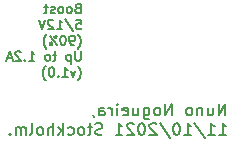
<source format=gbr>
%TF.GenerationSoftware,KiCad,Pcbnew,(5.1.9)-1*%
%TF.CreationDate,2021-11-10T21:50:44+01:00*%
%TF.ProjectId,smoke_extractor,736d6f6b-655f-4657-9874-726163746f72,rev?*%
%TF.SameCoordinates,Original*%
%TF.FileFunction,Legend,Bot*%
%TF.FilePolarity,Positive*%
%FSLAX46Y46*%
G04 Gerber Fmt 4.6, Leading zero omitted, Abs format (unit mm)*
G04 Created by KiCad (PCBNEW (5.1.9)-1) date 2021-11-10 21:50:44*
%MOMM*%
%LPD*%
G01*
G04 APERTURE LIST*
%ADD10C,0.150000*%
G04 APERTURE END LIST*
D10*
X118264404Y-93527380D02*
X118264404Y-92527380D01*
X117692976Y-93527380D01*
X117692976Y-92527380D01*
X116788214Y-92860714D02*
X116788214Y-93527380D01*
X117216785Y-92860714D02*
X117216785Y-93384523D01*
X117169166Y-93479761D01*
X117073928Y-93527380D01*
X116931071Y-93527380D01*
X116835833Y-93479761D01*
X116788214Y-93432142D01*
X116312023Y-92860714D02*
X116312023Y-93527380D01*
X116312023Y-92955952D02*
X116264404Y-92908333D01*
X116169166Y-92860714D01*
X116026309Y-92860714D01*
X115931071Y-92908333D01*
X115883452Y-93003571D01*
X115883452Y-93527380D01*
X115264404Y-93527380D02*
X115359642Y-93479761D01*
X115407261Y-93432142D01*
X115454880Y-93336904D01*
X115454880Y-93051190D01*
X115407261Y-92955952D01*
X115359642Y-92908333D01*
X115264404Y-92860714D01*
X115121547Y-92860714D01*
X115026309Y-92908333D01*
X114978690Y-92955952D01*
X114931071Y-93051190D01*
X114931071Y-93336904D01*
X114978690Y-93432142D01*
X115026309Y-93479761D01*
X115121547Y-93527380D01*
X115264404Y-93527380D01*
X113740595Y-93527380D02*
X113740595Y-92527380D01*
X113169166Y-93527380D01*
X113169166Y-92527380D01*
X112550119Y-93527380D02*
X112645357Y-93479761D01*
X112692976Y-93432142D01*
X112740595Y-93336904D01*
X112740595Y-93051190D01*
X112692976Y-92955952D01*
X112645357Y-92908333D01*
X112550119Y-92860714D01*
X112407261Y-92860714D01*
X112312023Y-92908333D01*
X112264404Y-92955952D01*
X112216785Y-93051190D01*
X112216785Y-93336904D01*
X112264404Y-93432142D01*
X112312023Y-93479761D01*
X112407261Y-93527380D01*
X112550119Y-93527380D01*
X111359642Y-92860714D02*
X111359642Y-93670238D01*
X111407261Y-93765476D01*
X111454880Y-93813095D01*
X111550119Y-93860714D01*
X111692976Y-93860714D01*
X111788214Y-93813095D01*
X111359642Y-93479761D02*
X111454880Y-93527380D01*
X111645357Y-93527380D01*
X111740595Y-93479761D01*
X111788214Y-93432142D01*
X111835833Y-93336904D01*
X111835833Y-93051190D01*
X111788214Y-92955952D01*
X111740595Y-92908333D01*
X111645357Y-92860714D01*
X111454880Y-92860714D01*
X111359642Y-92908333D01*
X110454880Y-92860714D02*
X110454880Y-93527380D01*
X110883452Y-92860714D02*
X110883452Y-93384523D01*
X110835833Y-93479761D01*
X110740595Y-93527380D01*
X110597738Y-93527380D01*
X110502500Y-93479761D01*
X110454880Y-93432142D01*
X109597738Y-93479761D02*
X109692976Y-93527380D01*
X109883452Y-93527380D01*
X109978690Y-93479761D01*
X110026309Y-93384523D01*
X110026309Y-93003571D01*
X109978690Y-92908333D01*
X109883452Y-92860714D01*
X109692976Y-92860714D01*
X109597738Y-92908333D01*
X109550119Y-93003571D01*
X109550119Y-93098809D01*
X110026309Y-93194047D01*
X109121547Y-93527380D02*
X109121547Y-92860714D01*
X109121547Y-92527380D02*
X109169166Y-92575000D01*
X109121547Y-92622619D01*
X109073928Y-92575000D01*
X109121547Y-92527380D01*
X109121547Y-92622619D01*
X108645357Y-93527380D02*
X108645357Y-92860714D01*
X108645357Y-93051190D02*
X108597738Y-92955952D01*
X108550119Y-92908333D01*
X108454880Y-92860714D01*
X108359642Y-92860714D01*
X107597738Y-93527380D02*
X107597738Y-93003571D01*
X107645357Y-92908333D01*
X107740595Y-92860714D01*
X107931071Y-92860714D01*
X108026309Y-92908333D01*
X107597738Y-93479761D02*
X107692976Y-93527380D01*
X107931071Y-93527380D01*
X108026309Y-93479761D01*
X108073928Y-93384523D01*
X108073928Y-93289285D01*
X108026309Y-93194047D01*
X107931071Y-93146428D01*
X107692976Y-93146428D01*
X107597738Y-93098809D01*
X107073928Y-93479761D02*
X107073928Y-93527380D01*
X107121547Y-93622619D01*
X107169166Y-93670238D01*
X117740595Y-95177380D02*
X118312023Y-95177380D01*
X118026309Y-95177380D02*
X118026309Y-94177380D01*
X118121547Y-94320238D01*
X118216785Y-94415476D01*
X118312023Y-94463095D01*
X116788214Y-95177380D02*
X117359642Y-95177380D01*
X117073928Y-95177380D02*
X117073928Y-94177380D01*
X117169166Y-94320238D01*
X117264404Y-94415476D01*
X117359642Y-94463095D01*
X115645357Y-94129761D02*
X116502500Y-95415476D01*
X114788214Y-95177380D02*
X115359642Y-95177380D01*
X115073928Y-95177380D02*
X115073928Y-94177380D01*
X115169166Y-94320238D01*
X115264404Y-94415476D01*
X115359642Y-94463095D01*
X114169166Y-94177380D02*
X114073928Y-94177380D01*
X113978690Y-94225000D01*
X113931071Y-94272619D01*
X113883452Y-94367857D01*
X113835833Y-94558333D01*
X113835833Y-94796428D01*
X113883452Y-94986904D01*
X113931071Y-95082142D01*
X113978690Y-95129761D01*
X114073928Y-95177380D01*
X114169166Y-95177380D01*
X114264404Y-95129761D01*
X114312023Y-95082142D01*
X114359642Y-94986904D01*
X114407261Y-94796428D01*
X114407261Y-94558333D01*
X114359642Y-94367857D01*
X114312023Y-94272619D01*
X114264404Y-94225000D01*
X114169166Y-94177380D01*
X112692976Y-94129761D02*
X113550119Y-95415476D01*
X112407261Y-94272619D02*
X112359642Y-94225000D01*
X112264404Y-94177380D01*
X112026309Y-94177380D01*
X111931071Y-94225000D01*
X111883452Y-94272619D01*
X111835833Y-94367857D01*
X111835833Y-94463095D01*
X111883452Y-94605952D01*
X112454880Y-95177380D01*
X111835833Y-95177380D01*
X111216785Y-94177380D02*
X111121547Y-94177380D01*
X111026309Y-94225000D01*
X110978690Y-94272619D01*
X110931071Y-94367857D01*
X110883452Y-94558333D01*
X110883452Y-94796428D01*
X110931071Y-94986904D01*
X110978690Y-95082142D01*
X111026309Y-95129761D01*
X111121547Y-95177380D01*
X111216785Y-95177380D01*
X111312023Y-95129761D01*
X111359642Y-95082142D01*
X111407261Y-94986904D01*
X111454880Y-94796428D01*
X111454880Y-94558333D01*
X111407261Y-94367857D01*
X111359642Y-94272619D01*
X111312023Y-94225000D01*
X111216785Y-94177380D01*
X110502500Y-94272619D02*
X110454880Y-94225000D01*
X110359642Y-94177380D01*
X110121547Y-94177380D01*
X110026309Y-94225000D01*
X109978690Y-94272619D01*
X109931071Y-94367857D01*
X109931071Y-94463095D01*
X109978690Y-94605952D01*
X110550119Y-95177380D01*
X109931071Y-95177380D01*
X108978690Y-95177380D02*
X109550119Y-95177380D01*
X109264404Y-95177380D02*
X109264404Y-94177380D01*
X109359642Y-94320238D01*
X109454880Y-94415476D01*
X109550119Y-94463095D01*
X107835833Y-95129761D02*
X107692976Y-95177380D01*
X107454880Y-95177380D01*
X107359642Y-95129761D01*
X107312023Y-95082142D01*
X107264404Y-94986904D01*
X107264404Y-94891666D01*
X107312023Y-94796428D01*
X107359642Y-94748809D01*
X107454880Y-94701190D01*
X107645357Y-94653571D01*
X107740595Y-94605952D01*
X107788214Y-94558333D01*
X107835833Y-94463095D01*
X107835833Y-94367857D01*
X107788214Y-94272619D01*
X107740595Y-94225000D01*
X107645357Y-94177380D01*
X107407261Y-94177380D01*
X107264404Y-94225000D01*
X106978690Y-94510714D02*
X106597738Y-94510714D01*
X106835833Y-94177380D02*
X106835833Y-95034523D01*
X106788214Y-95129761D01*
X106692976Y-95177380D01*
X106597738Y-95177380D01*
X106121547Y-95177380D02*
X106216785Y-95129761D01*
X106264404Y-95082142D01*
X106312023Y-94986904D01*
X106312023Y-94701190D01*
X106264404Y-94605952D01*
X106216785Y-94558333D01*
X106121547Y-94510714D01*
X105978690Y-94510714D01*
X105883452Y-94558333D01*
X105835833Y-94605952D01*
X105788214Y-94701190D01*
X105788214Y-94986904D01*
X105835833Y-95082142D01*
X105883452Y-95129761D01*
X105978690Y-95177380D01*
X106121547Y-95177380D01*
X104931071Y-95129761D02*
X105026309Y-95177380D01*
X105216785Y-95177380D01*
X105312023Y-95129761D01*
X105359642Y-95082142D01*
X105407261Y-94986904D01*
X105407261Y-94701190D01*
X105359642Y-94605952D01*
X105312023Y-94558333D01*
X105216785Y-94510714D01*
X105026309Y-94510714D01*
X104931071Y-94558333D01*
X104502500Y-95177380D02*
X104502500Y-94177380D01*
X104407261Y-94796428D02*
X104121547Y-95177380D01*
X104121547Y-94510714D02*
X104502500Y-94891666D01*
X103692976Y-95177380D02*
X103692976Y-94177380D01*
X103264404Y-95177380D02*
X103264404Y-94653571D01*
X103312023Y-94558333D01*
X103407261Y-94510714D01*
X103550119Y-94510714D01*
X103645357Y-94558333D01*
X103692976Y-94605952D01*
X102645357Y-95177380D02*
X102740595Y-95129761D01*
X102788214Y-95082142D01*
X102835833Y-94986904D01*
X102835833Y-94701190D01*
X102788214Y-94605952D01*
X102740595Y-94558333D01*
X102645357Y-94510714D01*
X102502500Y-94510714D01*
X102407261Y-94558333D01*
X102359642Y-94605952D01*
X102312023Y-94701190D01*
X102312023Y-94986904D01*
X102359642Y-95082142D01*
X102407261Y-95129761D01*
X102502500Y-95177380D01*
X102645357Y-95177380D01*
X101740595Y-95177380D02*
X101835833Y-95129761D01*
X101883452Y-95034523D01*
X101883452Y-94177380D01*
X101359642Y-95177380D02*
X101359642Y-94510714D01*
X101359642Y-94605952D02*
X101312023Y-94558333D01*
X101216785Y-94510714D01*
X101073928Y-94510714D01*
X100978690Y-94558333D01*
X100931071Y-94653571D01*
X100931071Y-95177380D01*
X100931071Y-94653571D02*
X100883452Y-94558333D01*
X100788214Y-94510714D01*
X100645357Y-94510714D01*
X100550119Y-94558333D01*
X100502500Y-94653571D01*
X100502500Y-95177380D01*
X100026309Y-95082142D02*
X99978690Y-95129761D01*
X100026309Y-95177380D01*
X100073928Y-95129761D01*
X100026309Y-95082142D01*
X100026309Y-95177380D01*
X105745357Y-84442857D02*
X105631071Y-84480952D01*
X105592976Y-84519047D01*
X105554880Y-84595238D01*
X105554880Y-84709523D01*
X105592976Y-84785714D01*
X105631071Y-84823809D01*
X105707261Y-84861904D01*
X106012023Y-84861904D01*
X106012023Y-84061904D01*
X105745357Y-84061904D01*
X105669166Y-84100000D01*
X105631071Y-84138095D01*
X105592976Y-84214285D01*
X105592976Y-84290476D01*
X105631071Y-84366666D01*
X105669166Y-84404761D01*
X105745357Y-84442857D01*
X106012023Y-84442857D01*
X105097738Y-84861904D02*
X105173928Y-84823809D01*
X105212023Y-84785714D01*
X105250119Y-84709523D01*
X105250119Y-84480952D01*
X105212023Y-84404761D01*
X105173928Y-84366666D01*
X105097738Y-84328571D01*
X104983452Y-84328571D01*
X104907261Y-84366666D01*
X104869166Y-84404761D01*
X104831071Y-84480952D01*
X104831071Y-84709523D01*
X104869166Y-84785714D01*
X104907261Y-84823809D01*
X104983452Y-84861904D01*
X105097738Y-84861904D01*
X104373928Y-84861904D02*
X104450119Y-84823809D01*
X104488214Y-84785714D01*
X104526309Y-84709523D01*
X104526309Y-84480952D01*
X104488214Y-84404761D01*
X104450119Y-84366666D01*
X104373928Y-84328571D01*
X104259642Y-84328571D01*
X104183452Y-84366666D01*
X104145357Y-84404761D01*
X104107261Y-84480952D01*
X104107261Y-84709523D01*
X104145357Y-84785714D01*
X104183452Y-84823809D01*
X104259642Y-84861904D01*
X104373928Y-84861904D01*
X103802500Y-84823809D02*
X103726309Y-84861904D01*
X103573928Y-84861904D01*
X103497738Y-84823809D01*
X103459642Y-84747619D01*
X103459642Y-84709523D01*
X103497738Y-84633333D01*
X103573928Y-84595238D01*
X103688214Y-84595238D01*
X103764404Y-84557142D01*
X103802500Y-84480952D01*
X103802500Y-84442857D01*
X103764404Y-84366666D01*
X103688214Y-84328571D01*
X103573928Y-84328571D01*
X103497738Y-84366666D01*
X103231071Y-84328571D02*
X102926309Y-84328571D01*
X103116785Y-84061904D02*
X103116785Y-84747619D01*
X103078690Y-84823809D01*
X103002500Y-84861904D01*
X102926309Y-84861904D01*
X105631071Y-85411904D02*
X106012023Y-85411904D01*
X106050119Y-85792857D01*
X106012023Y-85754761D01*
X105935833Y-85716666D01*
X105745357Y-85716666D01*
X105669166Y-85754761D01*
X105631071Y-85792857D01*
X105592976Y-85869047D01*
X105592976Y-86059523D01*
X105631071Y-86135714D01*
X105669166Y-86173809D01*
X105745357Y-86211904D01*
X105935833Y-86211904D01*
X106012023Y-86173809D01*
X106050119Y-86135714D01*
X104678690Y-85373809D02*
X105364404Y-86402380D01*
X103992976Y-86211904D02*
X104450119Y-86211904D01*
X104221547Y-86211904D02*
X104221547Y-85411904D01*
X104297738Y-85526190D01*
X104373928Y-85602380D01*
X104450119Y-85640476D01*
X103688214Y-85488095D02*
X103650119Y-85450000D01*
X103573928Y-85411904D01*
X103383452Y-85411904D01*
X103307261Y-85450000D01*
X103269166Y-85488095D01*
X103231071Y-85564285D01*
X103231071Y-85640476D01*
X103269166Y-85754761D01*
X103726309Y-86211904D01*
X103231071Y-86211904D01*
X103002500Y-85411904D02*
X102735833Y-86211904D01*
X102469166Y-85411904D01*
X105783452Y-87866666D02*
X105821547Y-87828571D01*
X105897738Y-87714285D01*
X105935833Y-87638095D01*
X105973928Y-87523809D01*
X106012023Y-87333333D01*
X106012023Y-87180952D01*
X105973928Y-86990476D01*
X105935833Y-86876190D01*
X105897738Y-86800000D01*
X105821547Y-86685714D01*
X105783452Y-86647619D01*
X105440595Y-87561904D02*
X105288214Y-87561904D01*
X105212023Y-87523809D01*
X105173928Y-87485714D01*
X105097738Y-87371428D01*
X105059642Y-87219047D01*
X105059642Y-86914285D01*
X105097738Y-86838095D01*
X105135833Y-86800000D01*
X105212023Y-86761904D01*
X105364404Y-86761904D01*
X105440595Y-86800000D01*
X105478690Y-86838095D01*
X105516785Y-86914285D01*
X105516785Y-87104761D01*
X105478690Y-87180952D01*
X105440595Y-87219047D01*
X105364404Y-87257142D01*
X105212023Y-87257142D01*
X105135833Y-87219047D01*
X105097738Y-87180952D01*
X105059642Y-87104761D01*
X104564404Y-86761904D02*
X104488214Y-86761904D01*
X104412023Y-86800000D01*
X104373928Y-86838095D01*
X104335833Y-86914285D01*
X104297738Y-87066666D01*
X104297738Y-87257142D01*
X104335833Y-87409523D01*
X104373928Y-87485714D01*
X104412023Y-87523809D01*
X104488214Y-87561904D01*
X104564404Y-87561904D01*
X104640595Y-87523809D01*
X104678690Y-87485714D01*
X104716785Y-87409523D01*
X104754880Y-87257142D01*
X104754880Y-87066666D01*
X104716785Y-86914285D01*
X104678690Y-86838095D01*
X104640595Y-86800000D01*
X104564404Y-86761904D01*
X103992976Y-87561904D02*
X103383452Y-86761904D01*
X103878690Y-86761904D02*
X103802500Y-86800000D01*
X103764404Y-86876190D01*
X103802500Y-86952380D01*
X103878690Y-86990476D01*
X103954880Y-86952380D01*
X103992976Y-86876190D01*
X103954880Y-86800000D01*
X103878690Y-86761904D01*
X103421547Y-87523809D02*
X103383452Y-87447619D01*
X103421547Y-87371428D01*
X103497738Y-87333333D01*
X103573928Y-87371428D01*
X103612023Y-87447619D01*
X103573928Y-87523809D01*
X103497738Y-87561904D01*
X103421547Y-87523809D01*
X103116785Y-87866666D02*
X103078690Y-87828571D01*
X103002500Y-87714285D01*
X102964404Y-87638095D01*
X102926309Y-87523809D01*
X102888214Y-87333333D01*
X102888214Y-87180952D01*
X102926309Y-86990476D01*
X102964404Y-86876190D01*
X103002500Y-86800000D01*
X103078690Y-86685714D01*
X103116785Y-86647619D01*
X106012023Y-88111904D02*
X106012023Y-88759523D01*
X105973928Y-88835714D01*
X105935833Y-88873809D01*
X105859642Y-88911904D01*
X105707261Y-88911904D01*
X105631071Y-88873809D01*
X105592976Y-88835714D01*
X105554880Y-88759523D01*
X105554880Y-88111904D01*
X105173928Y-88378571D02*
X105173928Y-89178571D01*
X105173928Y-88416666D02*
X105097738Y-88378571D01*
X104945357Y-88378571D01*
X104869166Y-88416666D01*
X104831071Y-88454761D01*
X104792976Y-88530952D01*
X104792976Y-88759523D01*
X104831071Y-88835714D01*
X104869166Y-88873809D01*
X104945357Y-88911904D01*
X105097738Y-88911904D01*
X105173928Y-88873809D01*
X103954880Y-88378571D02*
X103650119Y-88378571D01*
X103840595Y-88111904D02*
X103840595Y-88797619D01*
X103802500Y-88873809D01*
X103726309Y-88911904D01*
X103650119Y-88911904D01*
X103269166Y-88911904D02*
X103345357Y-88873809D01*
X103383452Y-88835714D01*
X103421547Y-88759523D01*
X103421547Y-88530952D01*
X103383452Y-88454761D01*
X103345357Y-88416666D01*
X103269166Y-88378571D01*
X103154880Y-88378571D01*
X103078690Y-88416666D01*
X103040595Y-88454761D01*
X103002500Y-88530952D01*
X103002500Y-88759523D01*
X103040595Y-88835714D01*
X103078690Y-88873809D01*
X103154880Y-88911904D01*
X103269166Y-88911904D01*
X101631071Y-88911904D02*
X102088214Y-88911904D01*
X101859642Y-88911904D02*
X101859642Y-88111904D01*
X101935833Y-88226190D01*
X102012023Y-88302380D01*
X102088214Y-88340476D01*
X101288214Y-88835714D02*
X101250119Y-88873809D01*
X101288214Y-88911904D01*
X101326309Y-88873809D01*
X101288214Y-88835714D01*
X101288214Y-88911904D01*
X100945357Y-88188095D02*
X100907261Y-88150000D01*
X100831071Y-88111904D01*
X100640595Y-88111904D01*
X100564404Y-88150000D01*
X100526309Y-88188095D01*
X100488214Y-88264285D01*
X100488214Y-88340476D01*
X100526309Y-88454761D01*
X100983452Y-88911904D01*
X100488214Y-88911904D01*
X100183452Y-88683333D02*
X99802500Y-88683333D01*
X100259642Y-88911904D02*
X99992976Y-88111904D01*
X99726309Y-88911904D01*
X105783452Y-90566666D02*
X105821547Y-90528571D01*
X105897738Y-90414285D01*
X105935833Y-90338095D01*
X105973928Y-90223809D01*
X106012023Y-90033333D01*
X106012023Y-89880952D01*
X105973928Y-89690476D01*
X105935833Y-89576190D01*
X105897738Y-89500000D01*
X105821547Y-89385714D01*
X105783452Y-89347619D01*
X105554880Y-89728571D02*
X105364404Y-90261904D01*
X105173928Y-89728571D01*
X104450119Y-90261904D02*
X104907261Y-90261904D01*
X104678690Y-90261904D02*
X104678690Y-89461904D01*
X104754880Y-89576190D01*
X104831071Y-89652380D01*
X104907261Y-89690476D01*
X104107261Y-90185714D02*
X104069166Y-90223809D01*
X104107261Y-90261904D01*
X104145357Y-90223809D01*
X104107261Y-90185714D01*
X104107261Y-90261904D01*
X103573928Y-89461904D02*
X103497738Y-89461904D01*
X103421547Y-89500000D01*
X103383452Y-89538095D01*
X103345357Y-89614285D01*
X103307261Y-89766666D01*
X103307261Y-89957142D01*
X103345357Y-90109523D01*
X103383452Y-90185714D01*
X103421547Y-90223809D01*
X103497738Y-90261904D01*
X103573928Y-90261904D01*
X103650119Y-90223809D01*
X103688214Y-90185714D01*
X103726309Y-90109523D01*
X103764404Y-89957142D01*
X103764404Y-89766666D01*
X103726309Y-89614285D01*
X103688214Y-89538095D01*
X103650119Y-89500000D01*
X103573928Y-89461904D01*
X103040595Y-90566666D02*
X103002500Y-90528571D01*
X102926309Y-90414285D01*
X102888214Y-90338095D01*
X102850119Y-90223809D01*
X102812023Y-90033333D01*
X102812023Y-89880952D01*
X102850119Y-89690476D01*
X102888214Y-89576190D01*
X102926309Y-89500000D01*
X103002500Y-89385714D01*
X103040595Y-89347619D01*
M02*

</source>
